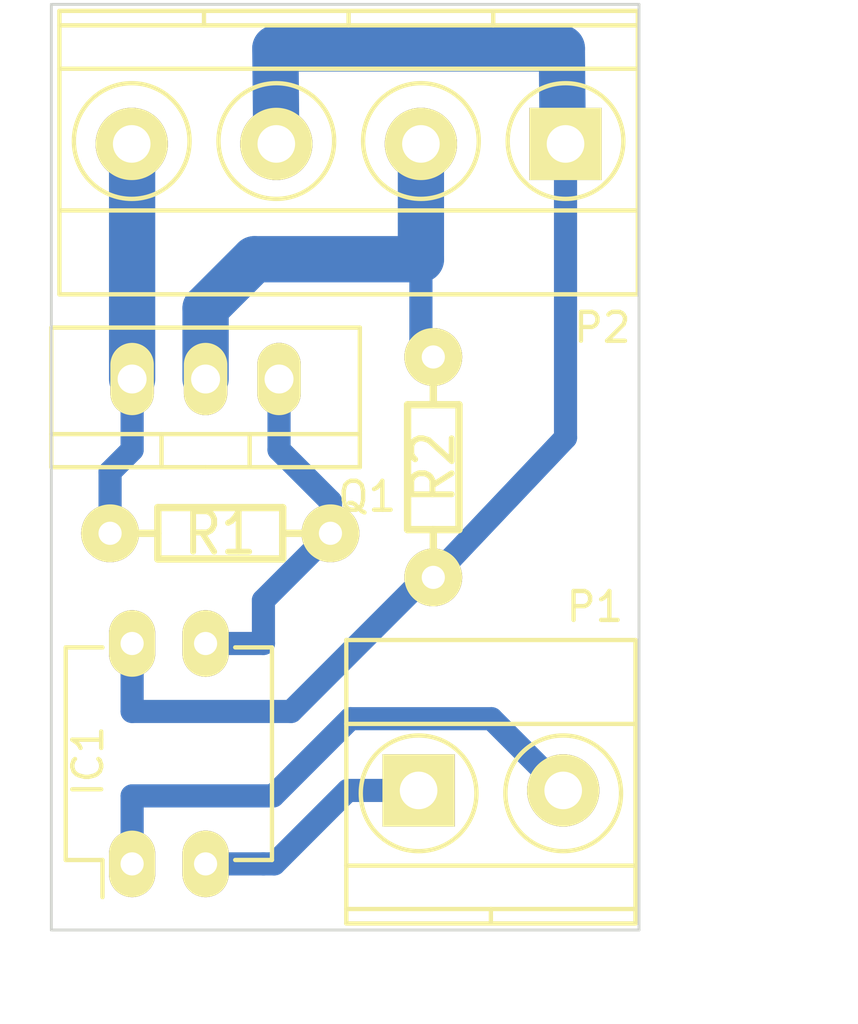
<source format=kicad_pcb>
(kicad_pcb (version 4) (host pcbnew 4.0.2+dfsg1-stable)

  (general
    (links 11)
    (no_connects 0)
    (area 136.601999 41.097999 157.022001 73.202001)
    (thickness 1.6)
    (drawings 6)
    (tracks 37)
    (zones 0)
    (modules 6)
    (nets 7)
  )

  (page A4)
  (layers
    (0 F.Cu signal)
    (31 B.Cu signal)
    (32 B.Adhes user)
    (33 F.Adhes user)
    (34 B.Paste user)
    (35 F.Paste user)
    (36 B.SilkS user)
    (37 F.SilkS user)
    (38 B.Mask user)
    (39 F.Mask user)
    (40 Dwgs.User user)
    (41 Cmts.User user)
    (42 Eco1.User user)
    (43 Eco2.User user)
    (44 Edge.Cuts user)
    (45 Margin user)
    (46 B.CrtYd user)
    (47 F.CrtYd user)
    (48 B.Fab user)
    (49 F.Fab user)
  )

  (setup
    (last_trace_width 0.8)
    (trace_clearance 0.8)
    (zone_clearance 0.508)
    (zone_45_only no)
    (trace_min 0.2)
    (segment_width 0.2)
    (edge_width 0.1)
    (via_size 0.6)
    (via_drill 0.4)
    (via_min_size 0.4)
    (via_min_drill 0.3)
    (uvia_size 0.3)
    (uvia_drill 0.1)
    (uvias_allowed no)
    (uvia_min_size 0.2)
    (uvia_min_drill 0.1)
    (pcb_text_width 0.3)
    (pcb_text_size 1.5 1.5)
    (mod_edge_width 0.15)
    (mod_text_size 1 1)
    (mod_text_width 0.15)
    (pad_size 1.5 1.5)
    (pad_drill 0.6)
    (pad_to_mask_clearance 0)
    (aux_axis_origin 0 0)
    (visible_elements FFFFFFFF)
    (pcbplotparams
      (layerselection 0x00030_80000001)
      (usegerberextensions false)
      (excludeedgelayer true)
      (linewidth 0.200000)
      (plotframeref false)
      (viasonmask false)
      (mode 1)
      (useauxorigin false)
      (hpglpennumber 1)
      (hpglpenspeed 20)
      (hpglpendiameter 15)
      (hpglpenoverlay 2)
      (psnegative false)
      (psa4output false)
      (plotreference true)
      (plotvalue true)
      (plotinvisibletext false)
      (padsonsilk false)
      (subtractmaskfromsilk false)
      (outputformat 1)
      (mirror false)
      (drillshape 1)
      (scaleselection 1)
      (outputdirectory ""))
  )

  (net 0 "")
  (net 1 "Net-(IC1-Pad1)")
  (net 2 "Net-(IC1-Pad2)")
  (net 3 "Net-(IC1-Pad3)")
  (net 4 /+12V)
  (net 5 /OUT_1)
  (net 6 /-12V_1)

  (net_class Default "This is the default net class."
    (clearance 0.8)
    (trace_width 0.8)
    (via_dia 0.6)
    (via_drill 0.4)
    (uvia_dia 0.3)
    (uvia_drill 0.1)
    (add_net "Net-(IC1-Pad1)")
    (add_net "Net-(IC1-Pad2)")
    (add_net "Net-(IC1-Pad3)")
  )

  (net_class power ""
    (clearance 0.8)
    (trace_width 1.6)
    (via_dia 0.6)
    (via_drill 0.4)
    (uvia_dia 0.3)
    (uvia_drill 0.1)
    (add_net /+12V)
    (add_net /-12V_1)
    (add_net /OUT_1)
  )

  (module Housings_DIP:DIP-4_W7.62mm_LongPads (layer F.Cu) (tedit 592C93A0) (tstamp 592C824E)
    (at 139.446 70.866 90)
    (descr "4-lead dip package, row spacing 7.62 mm (300 mils), longer pads")
    (tags "dil dip 2.54 300")
    (path /55A81D51)
    (fp_text reference IC1 (at 3.556 -1.524 90) (layer F.SilkS)
      (effects (font (size 1 1) (thickness 0.15)))
    )
    (fp_text value PC817 (at 0 -3.72 90) (layer F.Fab)
      (effects (font (size 1 1) (thickness 0.15)))
    )
    (fp_line (start -1.4 -2.45) (end -1.4 5) (layer F.CrtYd) (width 0.05))
    (fp_line (start 9 -2.45) (end 9 5) (layer F.CrtYd) (width 0.05))
    (fp_line (start -1.4 -2.45) (end 9 -2.45) (layer F.CrtYd) (width 0.05))
    (fp_line (start -1.4 5) (end 9 5) (layer F.CrtYd) (width 0.05))
    (fp_line (start 0.135 -2.295) (end 0.135 -1.025) (layer F.SilkS) (width 0.15))
    (fp_line (start 7.485 -2.295) (end 7.485 -1.025) (layer F.SilkS) (width 0.15))
    (fp_line (start 7.485 4.835) (end 7.485 3.565) (layer F.SilkS) (width 0.15))
    (fp_line (start 0.135 4.835) (end 0.135 3.565) (layer F.SilkS) (width 0.15))
    (fp_line (start 0.135 -2.295) (end 7.485 -2.295) (layer F.SilkS) (width 0.15))
    (fp_line (start 0.135 4.835) (end 7.485 4.835) (layer F.SilkS) (width 0.15))
    (fp_line (start 0.135 -1.025) (end -1.15 -1.025) (layer F.SilkS) (width 0.15))
    (pad 1 thru_hole oval (at 0 0 90) (size 2.3 1.6) (drill 0.8) (layers *.Cu *.Mask F.SilkS)
      (net 1 "Net-(IC1-Pad1)"))
    (pad 2 thru_hole oval (at 0 2.54 90) (size 2.3 1.6) (drill 0.8) (layers *.Cu *.Mask F.SilkS)
      (net 2 "Net-(IC1-Pad2)"))
    (pad 3 thru_hole oval (at 7.62 2.54 90) (size 2.3 1.6) (drill 0.8) (layers *.Cu *.Mask F.SilkS)
      (net 3 "Net-(IC1-Pad3)"))
    (pad 4 thru_hole oval (at 7.62 0 90) (size 2.3 1.6) (drill 0.8) (layers *.Cu *.Mask F.SilkS)
      (net 4 /+12V))
    (model Housings_DIP.3dshapes/DIP-4_W7.62mm_LongPads.wrl
      (at (xyz 0 0 0))
      (scale (xyz 1 1 1))
      (rotate (xyz 0 0 0))
    )
  )

  (module TO_SOT_Packages_THT:TO-220_Neutral123_Vertical (layer F.Cu) (tedit 592C93B1) (tstamp 592C825F)
    (at 141.986 54.102 180)
    (descr "TO-220, Neutral, Vertical,")
    (tags "TO-220, Neutral, Vertical,")
    (path /55BF81D0)
    (fp_text reference Q1 (at -5.588 -4.064 180) (layer F.SilkS)
      (effects (font (size 1 1) (thickness 0.15)))
    )
    (fp_text value IRF540N (at 0 3.81 180) (layer F.Fab)
      (effects (font (size 1 1) (thickness 0.15)))
    )
    (fp_line (start -1.524 -3.048) (end -1.524 -1.905) (layer F.SilkS) (width 0.15))
    (fp_line (start 1.524 -3.048) (end 1.524 -1.905) (layer F.SilkS) (width 0.15))
    (fp_line (start 5.334 -1.905) (end 5.334 1.778) (layer F.SilkS) (width 0.15))
    (fp_line (start 5.334 1.778) (end -5.334 1.778) (layer F.SilkS) (width 0.15))
    (fp_line (start -5.334 1.778) (end -5.334 -1.905) (layer F.SilkS) (width 0.15))
    (fp_line (start 5.334 -3.048) (end 5.334 -1.905) (layer F.SilkS) (width 0.15))
    (fp_line (start 5.334 -1.905) (end -5.334 -1.905) (layer F.SilkS) (width 0.15))
    (fp_line (start -5.334 -1.905) (end -5.334 -3.048) (layer F.SilkS) (width 0.15))
    (fp_line (start 0 -3.048) (end -5.334 -3.048) (layer F.SilkS) (width 0.15))
    (fp_line (start 0 -3.048) (end 5.334 -3.048) (layer F.SilkS) (width 0.15))
    (pad 2 thru_hole oval (at 0 0 270) (size 2.49936 1.50114) (drill 1.00076) (layers *.Cu *.Mask F.SilkS)
      (net 5 /OUT_1))
    (pad 1 thru_hole oval (at -2.54 0 270) (size 2.49936 1.50114) (drill 1.00076) (layers *.Cu *.Mask F.SilkS)
      (net 3 "Net-(IC1-Pad3)"))
    (pad 3 thru_hole oval (at 2.54 0 270) (size 2.49936 1.50114) (drill 1.00076) (layers *.Cu *.Mask F.SilkS)
      (net 6 /-12V_1))
    (model TO_SOT_Packages_THT.3dshapes/TO-220_Neutral123_Vertical.wrl
      (at (xyz 0 0 0))
      (scale (xyz 0.3937 0.3937 0.3937))
      (rotate (xyz 0 0 0))
    )
  )

  (module custom:RC03 (layer F.Cu) (tedit 0) (tstamp 592C826B)
    (at 142.494 59.436 180)
    (descr "Resistor, RC03")
    (tags R)
    (path /55BF62EA)
    (autoplace_cost180 10)
    (fp_text reference R1 (at 0 0 180) (layer F.SilkS)
      (effects (font (size 1.397 1.27) (thickness 0.2032)))
    )
    (fp_text value 4K7 (at 0 2.032 180) (layer F.SilkS) hide
      (effects (font (size 1.397 1.27) (thickness 0.2032)))
    )
    (fp_line (start 2.159 0) (end 3.81 0) (layer F.SilkS) (width 0.254))
    (fp_line (start -2.159 0) (end -3.81 0) (layer F.SilkS) (width 0.254))
    (fp_line (start -2.159 -0.889) (end -2.159 0.889) (layer F.SilkS) (width 0.254))
    (fp_line (start -2.159 0.889) (end 2.159 0.889) (layer F.SilkS) (width 0.254))
    (fp_line (start 2.159 0.889) (end 2.159 -0.889) (layer F.SilkS) (width 0.254))
    (fp_line (start 2.159 -0.889) (end -2.159 -0.889) (layer F.SilkS) (width 0.254))
    (pad 1 thru_hole circle (at -3.81 0 180) (size 1.99898 1.99898) (drill 0.8001) (layers *.Cu *.Mask F.SilkS)
      (net 3 "Net-(IC1-Pad3)"))
    (pad 2 thru_hole circle (at 3.81 0 180) (size 1.99898 1.99898) (drill 0.8001) (layers *.Cu *.Mask F.SilkS)
      (net 6 /-12V_1))
    (model walter/pth_resistors/rc03.wrl
      (at (xyz 0 0 0))
      (scale (xyz 1 1 1))
      (rotate (xyz 0 0 0))
    )
  )

  (module Terminal_Blocks:TerminalBlock_Pheonix_MKDS1.5-2pol (layer F.Cu) (tedit 592C9392) (tstamp 592C8369)
    (at 149.352 68.326)
    (descr "2-way 5mm pitch terminal block, Phoenix MKDS series")
    (path /592C7FA0)
    (fp_text reference P1 (at 6.096 -6.35) (layer F.SilkS)
      (effects (font (size 1 1) (thickness 0.15)))
    )
    (fp_text value CONN_01X03 (at 2.5 -6.6) (layer F.Fab)
      (effects (font (size 1 1) (thickness 0.15)))
    )
    (fp_line (start -2.7 -5.4) (end 7.7 -5.4) (layer F.CrtYd) (width 0.05))
    (fp_line (start -2.7 4.8) (end -2.7 -5.4) (layer F.CrtYd) (width 0.05))
    (fp_line (start 7.7 4.8) (end -2.7 4.8) (layer F.CrtYd) (width 0.05))
    (fp_line (start 7.7 -5.4) (end 7.7 4.8) (layer F.CrtYd) (width 0.05))
    (fp_line (start 2.5 4.1) (end 2.5 4.6) (layer F.SilkS) (width 0.15))
    (fp_circle (center 5 0.1) (end 3 0.1) (layer F.SilkS) (width 0.15))
    (fp_circle (center 0 0.1) (end 2 0.1) (layer F.SilkS) (width 0.15))
    (fp_line (start -2.5 2.6) (end 7.5 2.6) (layer F.SilkS) (width 0.15))
    (fp_line (start -2.5 -2.3) (end 7.5 -2.3) (layer F.SilkS) (width 0.15))
    (fp_line (start -2.5 4.1) (end 7.5 4.1) (layer F.SilkS) (width 0.15))
    (fp_line (start -2.5 4.6) (end 7.5 4.6) (layer F.SilkS) (width 0.15))
    (fp_line (start 7.5 4.6) (end 7.5 -5.2) (layer F.SilkS) (width 0.15))
    (fp_line (start 7.5 -5.2) (end -2.5 -5.2) (layer F.SilkS) (width 0.15))
    (fp_line (start -2.5 -5.2) (end -2.5 4.6) (layer F.SilkS) (width 0.15))
    (pad 1 thru_hole rect (at 0 0) (size 2.5 2.5) (drill 1.3) (layers *.Cu *.Mask F.SilkS)
      (net 2 "Net-(IC1-Pad2)"))
    (pad 2 thru_hole circle (at 5 0) (size 2.5 2.5) (drill 1.3) (layers *.Cu *.Mask F.SilkS)
      (net 1 "Net-(IC1-Pad1)"))
    (model Terminal_Blocks.3dshapes/TerminalBlock_Pheonix_MKDS1.5-2pol.wrl
      (at (xyz 0.0984 0 0))
      (scale (xyz 1 1 1))
      (rotate (xyz 0 0 0))
    )
  )

  (module custom:RC03 (layer F.Cu) (tedit 0) (tstamp 592C838C)
    (at 149.86 57.15 90)
    (descr "Resistor, RC03")
    (tags R)
    (path /55BF39C7)
    (autoplace_cost180 10)
    (fp_text reference R2 (at 0 0 90) (layer F.SilkS)
      (effects (font (size 1.397 1.27) (thickness 0.2032)))
    )
    (fp_text value 100k (at 0 2.032 90) (layer F.SilkS) hide
      (effects (font (size 1.397 1.27) (thickness 0.2032)))
    )
    (fp_line (start 2.159 0) (end 3.81 0) (layer F.SilkS) (width 0.254))
    (fp_line (start -2.159 0) (end -3.81 0) (layer F.SilkS) (width 0.254))
    (fp_line (start -2.159 -0.889) (end -2.159 0.889) (layer F.SilkS) (width 0.254))
    (fp_line (start -2.159 0.889) (end 2.159 0.889) (layer F.SilkS) (width 0.254))
    (fp_line (start 2.159 0.889) (end 2.159 -0.889) (layer F.SilkS) (width 0.254))
    (fp_line (start 2.159 -0.889) (end -2.159 -0.889) (layer F.SilkS) (width 0.254))
    (pad 1 thru_hole circle (at -3.81 0 90) (size 1.99898 1.99898) (drill 0.8001) (layers *.Cu *.Mask F.SilkS)
      (net 4 /+12V))
    (pad 2 thru_hole circle (at 3.81 0 90) (size 1.99898 1.99898) (drill 0.8001) (layers *.Cu *.Mask F.SilkS)
      (net 5 /OUT_1))
    (model walter/pth_resistors/rc03.wrl
      (at (xyz 0 0 0))
      (scale (xyz 1 1 1))
      (rotate (xyz 0 0 0))
    )
  )

  (module Terminal_Blocks:TerminalBlock_Pheonix_MKDS1.5-4pol (layer F.Cu) (tedit 592C9396) (tstamp 592C8DC2)
    (at 154.432 45.974 180)
    (descr "4-way 5mm pitch terminal block, Phoenix MKDS series")
    (path /592C7F6D)
    (fp_text reference P2 (at -1.27 -6.35 180) (layer F.SilkS)
      (effects (font (size 1 1) (thickness 0.15)))
    )
    (fp_text value CONN_01X04 (at 7.5 -6.6 180) (layer F.Fab)
      (effects (font (size 1 1) (thickness 0.15)))
    )
    (fp_line (start -2.7 -5.4) (end 17.7 -5.4) (layer F.CrtYd) (width 0.05))
    (fp_line (start -2.7 4.8) (end -2.7 -5.4) (layer F.CrtYd) (width 0.05))
    (fp_line (start 17.7 4.8) (end -2.7 4.8) (layer F.CrtYd) (width 0.05))
    (fp_line (start 17.7 -5.4) (end 17.7 4.8) (layer F.CrtYd) (width 0.05))
    (fp_line (start 12.5 4.1) (end 12.5 4.6) (layer F.SilkS) (width 0.15))
    (fp_circle (center 15 0.1) (end 13 0.1) (layer F.SilkS) (width 0.15))
    (fp_circle (center 10 0.1) (end 8 0.1) (layer F.SilkS) (width 0.15))
    (fp_line (start 7.5 4.1) (end 7.5 4.6) (layer F.SilkS) (width 0.15))
    (fp_line (start 2.5 4.1) (end 2.5 4.6) (layer F.SilkS) (width 0.15))
    (fp_circle (center 5 0.1) (end 3 0.1) (layer F.SilkS) (width 0.15))
    (fp_circle (center 0 0.1) (end 2 0.1) (layer F.SilkS) (width 0.15))
    (fp_line (start -2.5 2.6) (end 17.5 2.6) (layer F.SilkS) (width 0.15))
    (fp_line (start -2.5 -2.3) (end 17.5 -2.3) (layer F.SilkS) (width 0.15))
    (fp_line (start -2.5 4.1) (end 17.5 4.1) (layer F.SilkS) (width 0.15))
    (fp_line (start -2.5 4.6) (end 17.5 4.6) (layer F.SilkS) (width 0.15))
    (fp_line (start 17.5 4.6) (end 17.5 -5.2) (layer F.SilkS) (width 0.15))
    (fp_line (start 17.5 -5.2) (end -2.5 -5.2) (layer F.SilkS) (width 0.15))
    (fp_line (start -2.5 -5.2) (end -2.5 4.6) (layer F.SilkS) (width 0.15))
    (pad 4 thru_hole circle (at 15 0 180) (size 2.5 2.5) (drill 1.3) (layers *.Cu *.Mask F.SilkS)
      (net 6 /-12V_1))
    (pad 3 thru_hole circle (at 10 0 180) (size 2.5 2.5) (drill 1.3) (layers *.Cu *.Mask F.SilkS)
      (net 4 /+12V))
    (pad 1 thru_hole rect (at 0 0 180) (size 2.5 2.5) (drill 1.3) (layers *.Cu *.Mask F.SilkS)
      (net 4 /+12V))
    (pad 2 thru_hole circle (at 5 0 180) (size 2.5 2.5) (drill 1.3) (layers *.Cu *.Mask F.SilkS)
      (net 5 /OUT_1))
    (model Terminal_Blocks.3dshapes/TerminalBlock_Pheonix_MKDS1.5-4pol.wrl
      (at (xyz 0.2953 0 0))
      (scale (xyz 1 1 1))
      (rotate (xyz 0 0 0))
    )
  )

  (dimension 20.32 (width 0.3) (layer Eco1.User)
    (gr_text "20.320 mm" (at 146.812 77.042) (layer Eco1.User)
      (effects (font (size 1.5 1.5) (thickness 0.3)))
    )
    (feature1 (pts (xy 156.972 73.152) (xy 156.972 78.392)))
    (feature2 (pts (xy 136.652 73.152) (xy 136.652 78.392)))
    (crossbar (pts (xy 136.652 75.692) (xy 156.972 75.692)))
    (arrow1a (pts (xy 156.972 75.692) (xy 155.845496 76.278421)))
    (arrow1b (pts (xy 156.972 75.692) (xy 155.845496 75.105579)))
    (arrow2a (pts (xy 136.652 75.692) (xy 137.778504 76.278421)))
    (arrow2b (pts (xy 136.652 75.692) (xy 137.778504 75.105579)))
  )
  (dimension 32.004 (width 0.3) (layer Eco1.User)
    (gr_text "32.004 mm" (at 161.878 57.15 270) (layer Eco1.User)
      (effects (font (size 1.5 1.5) (thickness 0.3)))
    )
    (feature1 (pts (xy 156.972 73.152) (xy 163.228 73.152)))
    (feature2 (pts (xy 156.972 41.148) (xy 163.228 41.148)))
    (crossbar (pts (xy 160.528 41.148) (xy 160.528 73.152)))
    (arrow1a (pts (xy 160.528 73.152) (xy 159.941579 72.025496)))
    (arrow1b (pts (xy 160.528 73.152) (xy 161.114421 72.025496)))
    (arrow2a (pts (xy 160.528 41.148) (xy 159.941579 42.274504)))
    (arrow2b (pts (xy 160.528 41.148) (xy 161.114421 42.274504)))
  )
  (gr_line (start 156.972 41.148) (end 136.652 41.148) (angle 90) (layer Edge.Cuts) (width 0.1))
  (gr_line (start 156.972 73.152) (end 156.972 41.148) (angle 90) (layer Edge.Cuts) (width 0.1))
  (gr_line (start 136.652 73.152) (end 156.972 73.152) (angle 90) (layer Edge.Cuts) (width 0.1))
  (gr_line (start 136.652 41.148) (end 136.652 73.152) (angle 90) (layer Edge.Cuts) (width 0.1))

  (segment (start 139.446 70.866) (end 139.446 68.5157) (width 0.8) (layer B.Cu) (net 1))
  (segment (start 151.8723 65.8463) (end 154.352 68.326) (width 0.8) (layer B.Cu) (net 1))
  (segment (start 146.9925 65.8463) (end 151.8723 65.8463) (width 0.8) (layer B.Cu) (net 1))
  (segment (start 144.3231 68.5157) (end 146.9925 65.8463) (width 0.8) (layer B.Cu) (net 1))
  (segment (start 139.446 68.5157) (end 144.3231 68.5157) (width 0.8) (layer B.Cu) (net 1))
  (segment (start 141.986 70.866) (end 143.9863 70.866) (width 0.8) (layer B.Cu) (net 2))
  (segment (start 144.3617 70.866) (end 146.9017 68.326) (width 0.8) (layer B.Cu) (net 2))
  (segment (start 143.9863 70.866) (end 144.3617 70.866) (width 0.8) (layer B.Cu) (net 2))
  (segment (start 149.352 68.326) (end 146.9017 68.326) (width 0.8) (layer B.Cu) (net 2))
  (segment (start 143.9863 61.7537) (end 143.9863 63.246) (width 0.8) (layer B.Cu) (net 3))
  (segment (start 146.304 59.436) (end 143.9863 61.7537) (width 0.8) (layer B.Cu) (net 3))
  (segment (start 141.986 63.246) (end 143.9863 63.246) (width 0.8) (layer B.Cu) (net 3))
  (segment (start 146.304 58.3301) (end 146.304 59.436) (width 0.8) (layer B.Cu) (net 3))
  (segment (start 144.526 56.5521) (end 146.304 58.3301) (width 0.8) (layer B.Cu) (net 3))
  (segment (start 144.526 54.102) (end 144.526 56.5521) (width 0.8) (layer B.Cu) (net 3))
  (segment (start 139.446 63.246) (end 139.446 65.5963) (width 0.8) (layer B.Cu) (net 4))
  (segment (start 149.5817 60.96) (end 149.86 60.96) (width 0.8) (layer B.Cu) (net 4))
  (segment (start 144.9454 65.5963) (end 149.5817 60.96) (width 0.8) (layer B.Cu) (net 4))
  (segment (start 139.446 65.5963) (end 144.9454 65.5963) (width 0.8) (layer B.Cu) (net 4))
  (segment (start 154.686 45.974) (end 154.432 45.974) (width 0.8) (layer B.Cu) (net 4))
  (segment (start 154.432 45.974) (end 154.3354 45.974) (width 0.8) (layer B.Cu) (net 4))
  (segment (start 144.399 42.672) (end 144.432 45.974) (width 1.6) (layer B.Cu) (net 4))
  (segment (start 154.305 42.672) (end 144.399 42.672) (width 1.6) (layer B.Cu) (net 4))
  (segment (start 154.3354 45.974) (end 154.305 42.672) (width 1.6) (layer B.Cu) (net 4))
  (segment (start 154.432 56.134) (end 149.86 60.96) (width 0.8) (layer B.Cu) (net 4))
  (segment (start 154.432 45.974) (end 154.432 56.134) (width 0.8) (layer B.Cu) (net 4))
  (segment (start 141.986 54.102) (end 141.986 51.6519) (width 1.6) (layer B.Cu) (net 5))
  (segment (start 143.6777 49.9602) (end 141.986 51.6519) (width 1.6) (layer B.Cu) (net 5))
  (segment (start 149.432 49.9602) (end 143.6777 49.9602) (width 1.6) (layer B.Cu) (net 5))
  (segment (start 149.432 45.974) (end 149.432 49.9602) (width 1.6) (layer B.Cu) (net 5))
  (segment (start 149.432 52.912) (end 149.86 53.34) (width 0.8) (layer B.Cu) (net 5))
  (segment (start 149.432 49.9602) (end 149.432 52.912) (width 0.8) (layer B.Cu) (net 5))
  (segment (start 138.684 57.3141) (end 138.684 59.436) (width 0.8) (layer B.Cu) (net 6))
  (segment (start 139.446 56.5521) (end 138.684 57.3141) (width 0.8) (layer B.Cu) (net 6))
  (segment (start 139.446 54.102) (end 139.446 56.5521) (width 0.8) (layer B.Cu) (net 6))
  (segment (start 139.446 45.988) (end 139.446 54.102) (width 1.6) (layer B.Cu) (net 6))
  (segment (start 139.432 45.974) (end 139.446 45.988) (width 0.8) (layer B.Cu) (net 6))

)

</source>
